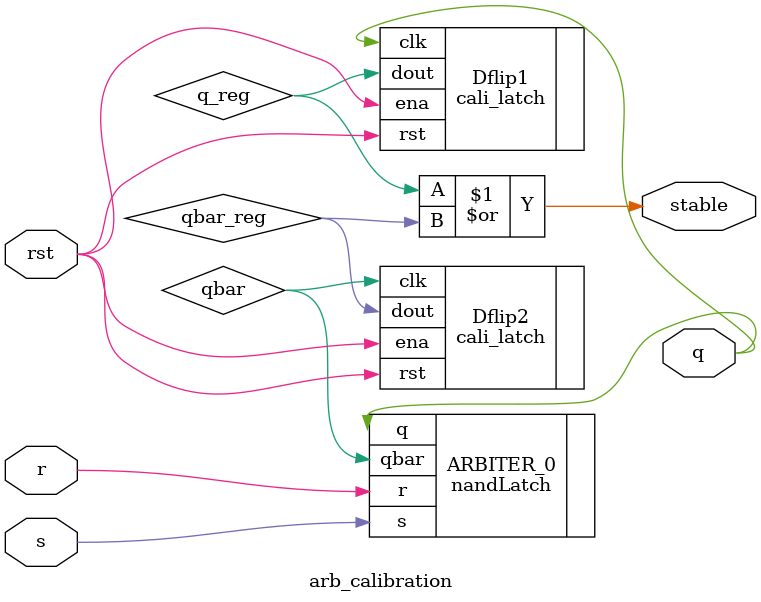
<source format=v>
`include "latches.v"
`timescale 1ns / 1ps

// THIS IS THE CODE FOR MD-ARBITER

// An MD-ARBITER takes 2 signals as input and returns 2 signals as output - (1 of them tells which signal is 
// early(like D flipflop)) and other tells if the output signal is stable

module arb_calibration(
    input rst,
    input s,
    input r,
    output q,
    output stable
    );
    
    wire qbar;
    wire q_reg;
    wire qbar_reg;
    
    nandLatch ARBITER_0(
        .s(s  ),
        .r(r  ),
        .q(q),
        .qbar(qbar)
     );
     
     cali_latch Dflip1(
        .clk (q    ),
        .rst (rst  ),
        .ena (rst  ),
        .dout(q_reg)
     );
     
      cali_latch Dflip2(
         .clk (qbar     ),
         .rst (rst      ),
         .ena (rst      ),
         .dout(qbar_reg )
      );
      
      assign stable = q_reg | qbar_reg;
      
endmodule

</source>
